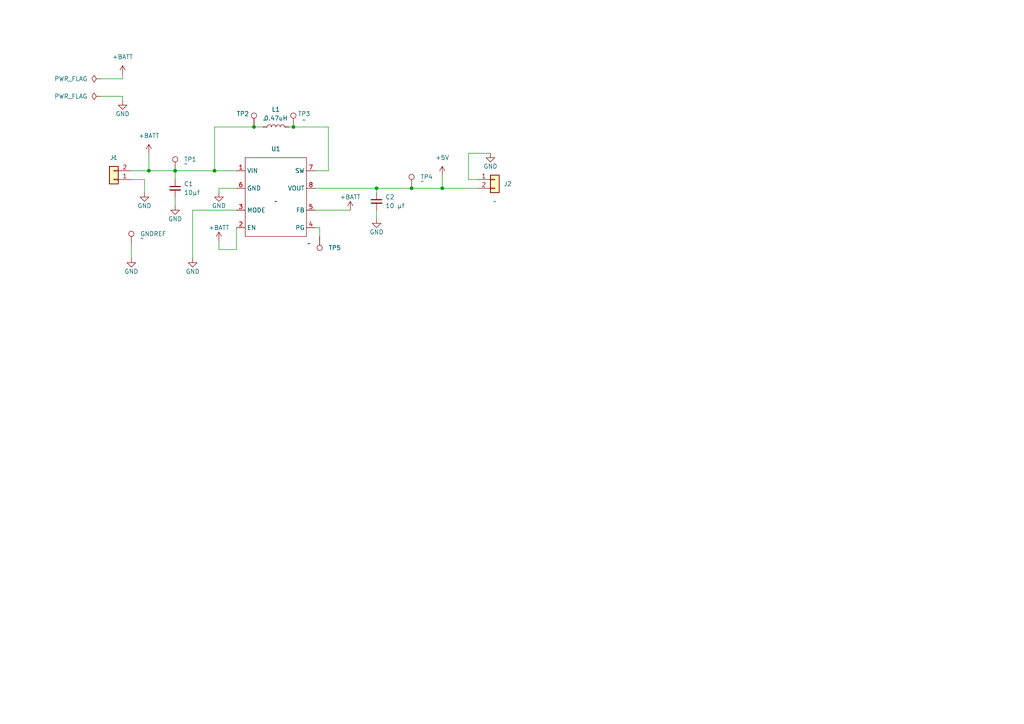
<source format=kicad_sch>
(kicad_sch (version 20230121) (generator eeschema)
  (paper "A4")
  (lib_symbols
    (symbol "Connector:TestPoint" (pin_numbers hide) (pin_names (offset 0.762) hide)
      (property "Reference" "TP" (at 0 6.858 0))
      (property "Value" "TestPoint" (at 0 5.08 0))
      (symbol "TestPoint_0_1"
        (circle (center 0 3.302) (radius 0.762))
      )
      (symbol "TestPoint_1_1"
        (pin passive line (at 0 0 90) (length 2.54) (name "1") (number "1"))
      )
    )
    (symbol "Connector_Generic:Conn_01x02" (pin_names (offset 1.016) hide)
      (property "Reference" "J" (at 0 2.54 0))
      (property "Value" "Conn_01x02" (at 0 -5.08 0))
      (symbol "Conn_01x02_1_1"
        (rectangle (start -1.27 -2.413) (end 0 -2.667) (stroke (width 0.1524)))
        (rectangle (start -1.27 0.127) (end 0 -0.127) (stroke (width 0.1524)))
        (rectangle (start -1.27 1.27) (end 1.27 -3.81) (stroke (width 0.254)) (fill (type background)))
        (pin passive line (at -5.08 0 0) (length 3.81) (name "Pin_1") (number "1"))
        (pin passive line (at -5.08 -2.54 0) (length 3.81) (name "Pin_2") (number "2"))
      )
    )
    (symbol "Device:C_Small" (pin_numbers hide) (pin_names (offset 0.254) hide)
      (property "Reference" "C" (at 0.254 1.778 0))
      (property "Value" "C_Small" (at 0.254 -2.032 0))
      (symbol "C_Small_0_1"
        (polyline (pts (xy -1.524 -0.508) (xy 1.524 -0.508)) (stroke (width 0.3302)))
        (polyline (pts (xy -1.524 0.508) (xy 1.524 0.508)) (stroke (width 0.3048)))
      )
      (symbol "C_Small_1_1"
        (pin passive line (at 0 2.54 270) (length 2.032) (name "~") (number "1"))
        (pin passive line (at 0 -2.54 90) (length 2.032) (name "~") (number "2"))
      )
    )
    (symbol "Device:L" (pin_numbers hide) (pin_names (offset 1.016) hide)
      (property "Reference" "L" (at -1.27 0 90))
      (property "Value" "L" (at 1.905 0 90))
      (symbol "L_0_1"
        (arc (start 0 -2.54) (mid 0.6323 -1.905) (end 0 -1.27))
        (arc (start 0 -1.27) (mid 0.6323 -0.635) (end 0 0))
        (arc (start 0 0) (mid 0.6323 0.635) (end 0 1.27))
        (arc (start 0 1.27) (mid 0.6323 1.905) (end 0 2.54))
      )
      (symbol "L_1_1"
        (pin passive line (at 0 3.81 270) (length 1.27) (name "1") (number "1"))
        (pin passive line (at 0 -3.81 90) (length 1.27) (name "2") (number "2"))
      )
    )
    (symbol "Giraffe Symbols:TPS61033"
      (property "Reference" "U1" (at 0 15.24 0))
      (property "Value" "~" (at 0 0 0))
      (symbol "TPS61033_0_1"
        (rectangle (start -8.89 12.7) (end 8.89 -10.16))
      )
      (symbol "TPS61033_1_1"
        (pin power_in line (at -11.43 8.89 0) (length 2.54) (name "VIN") (number "1"))
        (pin input line (at -11.43 -7.62 0) (length 2.54) (name "EN") (number "2"))
        (pin input line (at -11.43 -2.54 0) (length 2.54) (name "MODE") (number "3"))
        (pin output line (at 11.43 -7.62 180) (length 2.54) (name "PG") (number "4"))
        (pin input line (at 11.43 -2.54 180) (length 2.54) (name "FB") (number "5"))
        (pin power_in line (at -11.43 3.81 0) (length 2.54) (name "GND") (number "6"))
        (pin input line (at 11.43 8.89 180) (length 2.54) (name "SW") (number "7"))
        (pin power_out line (at 11.43 3.81 180) (length 2.54) (name "VOUT") (number "8"))
      )
    )
    (symbol "power:+5V" (power) (pin_names (offset 0))
      (property "Value" "+5V" (at 0 3.556 0))
      (symbol "+5V_0_1"
        (polyline (pts (xy -0.762 1.27) (xy 0 2.54)))
        (polyline (pts (xy 0 0) (xy 0 2.54)))
        (polyline (pts (xy 0 2.54) (xy 0.762 1.27)))
      )
      (symbol "+5V_1_1"
        (pin power_in line (at 0 0 90) (length 0) hide (name "+5V") (number "1"))
      )
    )
    (symbol "power:+BATT" (power) (pin_names (offset 0))
      (property "Value" "+BATT" (at 0 3.556 0))
      (symbol "+BATT_0_1"
        (polyline (pts (xy -0.762 1.27) (xy 0 2.54)))
        (polyline (pts (xy 0 0) (xy 0 2.54)))
        (polyline (pts (xy 0 2.54) (xy 0.762 1.27)))
      )
      (symbol "+BATT_1_1"
        (pin power_in line (at 0 0 90) (length 0) hide (name "+BATT") (number "1"))
      )
    )
    (symbol "power:GND" (power) (pin_names (offset 0))
      (property "Value" "GND" (at 0 -3.81 0))
      (symbol "GND_0_1"
        (polyline (pts (xy 0 0) (xy 0 -1.27) (xy 1.27 -1.27) (xy 0 -2.54) (xy -1.27 -1.27) (xy 0 -1.27)))
      )
      (symbol "GND_1_1"
        (pin power_in line (at 0 0 270) (length 0) hide (name "GND") (number "1"))
      )
    )
    (symbol "power:PWR_FLAG" (power) (pin_numbers hide) (pin_names (offset 0) hide)
      (property "Value" "PWR_FLAG" (at 0 3.81 0))
      (symbol "PWR_FLAG_0_0"
        (pin power_out line (at 0 0 90) (length 0) (name "pwr") (number "1"))
      )
      (symbol "PWR_FLAG_0_1"
        (polyline (pts (xy 0 0) (xy 0 1.27) (xy -1.016 1.905) (xy 0 2.54) (xy 1.016 1.905) (xy 0 1.27)))
      )
    )
  )
  (junction (at 85.09 36.83))
  (junction (at 43.18 49.53))
  (junction (at 62.23 49.53))
  (junction (at 50.8 49.53))
  (junction (at 128.27 54.61))
  (junction (at 119.38 54.61))
  (junction (at 73.66 36.83))
  (junction (at 109.22 54.61))
  (wire (pts (xy 85.09 36.83) (xy 83.82 36.83)))
  (wire (pts (xy 109.22 54.61) (xy 109.22 55.88)))
  (wire (pts (xy 135.89 44.45) (xy 142.24 44.45)))
  (wire (pts (xy 135.89 52.07) (xy 138.43 52.07)))
  (wire (pts (xy 63.5 54.61) (xy 63.5 55.88)))
  (wire (pts (xy 50.8 49.53) (xy 50.8 52.07)))
  (wire (pts (xy 43.18 44.45) (xy 43.18 49.53)))
  (wire (pts (xy 50.8 49.53) (xy 62.23 49.53)))
  (wire (pts (xy 135.89 44.45) (xy 135.89 52.07)))
  (wire (pts (xy 63.5 72.39) (xy 68.58 72.39)))
  (wire (pts (xy 62.23 36.83) (xy 62.23 49.53)))
  (wire (pts (xy 91.44 60.96) (xy 101.6 60.96)))
  (wire (pts (xy 68.58 60.96) (xy 55.88 60.96)))
  (wire (pts (xy 29.21 22.86) (xy 35.56 22.86)))
  (wire (pts (xy 62.23 49.53) (xy 68.58 49.53)))
  (wire (pts (xy 128.27 50.8) (xy 128.27 54.61)))
  (wire (pts (xy 41.91 52.07) (xy 41.91 55.88)))
  (wire (pts (xy 68.58 66.04) (xy 68.58 72.39)))
  (wire (pts (xy 50.8 57.15) (xy 50.8 59.69)))
  (wire (pts (xy 92.71 66.04) (xy 92.71 68.58)))
  (wire (pts (xy 119.38 54.61) (xy 128.27 54.61)))
  (wire (pts (xy 62.23 36.83) (xy 73.66 36.83)))
  (wire (pts (xy 38.1 52.07) (xy 41.91 52.07)))
  (wire (pts (xy 91.44 66.04) (xy 92.71 66.04)))
  (wire (pts (xy 91.44 54.61) (xy 109.22 54.61)))
  (wire (pts (xy 35.56 22.86) (xy 35.56 21.59)))
  (wire (pts (xy 63.5 69.85) (xy 63.5 72.39)))
  (wire (pts (xy 35.56 27.94) (xy 35.56 29.21)))
  (wire (pts (xy 43.18 49.53) (xy 50.8 49.53)))
  (wire (pts (xy 95.25 49.53) (xy 95.25 36.83)))
  (wire (pts (xy 29.21 27.94) (xy 35.56 27.94)))
  (wire (pts (xy 85.09 36.83) (xy 95.25 36.83)))
  (wire (pts (xy 91.44 49.53) (xy 95.25 49.53)))
  (wire (pts (xy 55.88 60.96) (xy 55.88 74.93)))
  (wire (pts (xy 43.18 49.53) (xy 38.1 49.53)))
  (wire (pts (xy 76.2 36.83) (xy 73.66 36.83)))
  (wire (pts (xy 68.58 54.61) (xy 63.5 54.61)))
  (wire (pts (xy 109.22 60.96) (xy 109.22 63.5)))
  (wire (pts (xy 109.22 54.61) (xy 119.38 54.61)))
  (wire (pts (xy 128.27 54.61) (xy 138.43 54.61)))
  (wire (pts (xy 38.1 71.12) (xy 38.1 74.93)))
  (symbol (lib_id "Device:C_Small") (at 109.22 58.42 0) (unit 1)
    (property "Reference" "C2" (at 111.76 57.1563 0) (effects (justify left)))
    (property "Value" "10 μf" (at 111.76 59.6963 0) (effects (justify left)))
    (property "Footprint" "Capacitor_SMD:C_1210_3225Metric" (effects hide))
  )
  (symbol (lib_id "power:+BATT") (at 35.56 21.59 0) (unit 1)
    (property "Reference" "#PWR011" (effects hide))
    (property "Value" "+BATT" (at 35.56 16.51 0))
  )
  (symbol (lib_id "power:+5V") (at 128.27 50.8 0) (unit 1)
    (property "Reference" "#PWR06" (effects hide))
    (property "Value" "+5V" (at 128.27 45.72 0))
  )
  (symbol (lib_id "power:+BATT") (at 43.18 44.45 0) (unit 1)
    (property "Reference" "#PWR01" (effects hide))
    (property "Value" "+BATT" (at 43.18 39.37 0))
  )
  (symbol (lib_id "Device:L") (at 80.01 36.83 90) (unit 1)
    (property "Reference" "L1" (at 80.01 31.75 90))
    (property "Value" "0.47uH" (at 80.01 34.29 90))
    (property "Footprint" "Inductor_SMD:L_Coilcraft_XAL4020-XXX" (effects hide))
  )
  (symbol (lib_id "Connector:TestPoint") (at 73.66 36.83 0) (unit 1)
    (property "Reference" "TP2" (at 68.58 33.02 0) (effects (justify left)))
    (property "Value" "~" (at 76.2 34.798 0) (effects (justify left)))
    (property "Footprint" "TestPoint:TestPoint_Pad_D1.0mm" (effects hide))
  )
  (symbol (lib_id "Giraffe Symbols:TPS61033") (at 80.01 58.42 0) (unit 1)
    (property "Reference" "U1" (at 80.01 43.18 0))
    (property "Value" "~" (at 80.01 58.42 0))
    (property "Footprint" "Package_TO_SOT_SMD:SOT-583-8" (effects hide))
  )
  (symbol (lib_id "power:GND") (at 38.1 74.93 0) (unit 1)
    (property "Reference" "#PWR013" (effects hide))
    (property "Value" "GND" (at 38.1 78.74 0))
  )
  (symbol (lib_id "Connector_Generic:Conn_01x02") (at 143.51 52.07 0) (unit 1)
    (property "Reference" "J2" (at 146.05 53.34 0) (effects (justify left)))
    (property "Value" "~" (at 143.51 58.42 0))
    (property "Footprint" "Connector_PinHeader_2.54mm:PinHeader_1x02_P2.54mm_Vertical" (effects hide))
  )
  (symbol (lib_id "power:GND") (at 35.56 29.21 0) (unit 1)
    (property "Reference" "#PWR012" (effects hide))
    (property "Value" "GND" (at 35.56 33.02 0))
  )
  (symbol (lib_id "power:GND") (at 55.88 74.93 0) (unit 1)
    (property "Reference" "#PWR09" (effects hide))
    (property "Value" "GND" (at 55.88 78.74 0))
  )
  (symbol (lib_id "power:GND") (at 109.22 63.5 0) (unit 1)
    (property "Reference" "#PWR05" (effects hide))
    (property "Value" "GND" (at 109.22 67.31 0))
  )
  (symbol (lib_id "power:GND") (at 41.91 55.88 0) (unit 1)
    (property "Reference" "#PWR03" (effects hide))
    (property "Value" "GND" (at 41.91 59.69 0))
  )
  (symbol (lib_id "Connector:TestPoint") (at 38.1 71.12 0) (unit 1)
    (property "Reference" "GNDREF" (at 40.64 67.818 0) (effects (justify left)))
    (property "Value" "~" (at 40.64 69.088 0) (effects (justify left)))
    (property "Footprint" "TestPoint:TestPoint_Keystone_5019_Minature" (effects hide))
  )
  (symbol (lib_id "power:PWR_FLAG") (at 29.21 27.94 90) (unit 1)
    (property "Reference" "#FLG02" (effects hide))
    (property "Value" "PWR_FLAG" (at 25.4 27.94 90) (effects (justify left)))
  )
  (symbol (lib_id "Connector:TestPoint") (at 85.09 36.83 0) (unit 1)
    (property "Reference" "TP3" (at 86.36 33.02 0) (effects (justify left)))
    (property "Value" "~" (at 87.63 34.798 0) (effects (justify left)))
    (property "Footprint" "TestPoint:TestPoint_Pad_D1.0mm" (effects hide))
  )
  (symbol (lib_id "power:GND") (at 50.8 59.69 0) (unit 1)
    (property "Reference" "#PWR04" (effects hide))
    (property "Value" "GND" (at 50.8 63.5 0))
  )
  (symbol (lib_id "power:+BATT") (at 63.5 69.85 0) (unit 1)
    (property "Reference" "#PWR07" (effects hide))
    (property "Value" "+BATT" (at 63.5 66.04 0))
  )
  (symbol (lib_id "power:+BATT") (at 101.6 60.96 0) (unit 1)
    (property "Reference" "#PWR08" (effects hide))
    (property "Value" "+BATT" (at 101.6 57.15 0))
  )
  (symbol (lib_id "Device:C_Small") (at 50.8 54.61 0) (unit 1)
    (property "Reference" "C1" (at 53.34 53.3463 0) (effects (justify left)))
    (property "Value" "10μf" (at 53.34 55.88 0) (effects (justify left)))
    (property "Footprint" "Capacitor_SMD:C_1210_3225Metric" (effects hide))
  )
  (symbol (lib_id "Connector:TestPoint") (at 50.8 49.53 0) (unit 1)
    (property "Reference" "TP1" (at 53.34 46.228 0) (effects (justify left)))
    (property "Value" "~" (at 53.34 47.498 0) (effects (justify left)))
    (property "Footprint" "TestPoint:TestPoint_Pad_D1.0mm" (effects hide))
  )
  (symbol (lib_id "power:GND") (at 63.5 55.88 0) (unit 1)
    (property "Reference" "#PWR02" (effects hide))
    (property "Value" "GND" (at 63.5 59.69 0))
  )
  (symbol (lib_id "power:PWR_FLAG") (at 29.21 22.86 90) (unit 1)
    (property "Reference" "#FLG01" (effects hide))
    (property "Value" "PWR_FLAG" (at 25.4 22.86 90) (effects (justify left)))
  )
  (symbol (lib_id "Connector:TestPoint") (at 119.38 54.61 0) (unit 1)
    (property "Reference" "TP4" (at 121.92 51.308 0) (effects (justify left)))
    (property "Value" "~" (at 121.92 52.578 0) (effects (justify left)))
    (property "Footprint" "TestPoint:TestPoint_Pad_D1.0mm" (effects hide))
  )
  (symbol (lib_id "Connector:TestPoint") (at 92.71 68.58 180) (unit 1)
    (property "Reference" "TP5" (at 95.25 71.882 0) (effects (justify right)))
    (property "Value" "~" (at 90.17 70.612 0) (effects (justify left)))
    (property "Footprint" "TestPoint:TestPoint_Pad_D1.0mm" (effects hide))
  )
  (symbol (lib_id "Connector_Generic:Conn_01x02") (at 33.02 52.07 180) (unit 1)
    (property "Reference" "J1" (at 33.02 45.72 0))
    (property "Value" "~" (at 33.02 45.72 0))
    (property "Footprint" "Connector_PinHeader_2.54mm:PinHeader_1x02_P2.54mm_Vertical" (effects hide))
  )
  (symbol (lib_id "power:GND") (at 142.24 44.45 0) (unit 1)
    (property "Reference" "#PWR010" (effects hide))
    (property "Value" "GND" (at 142.24 48.26 0))
  )
)
</source>
